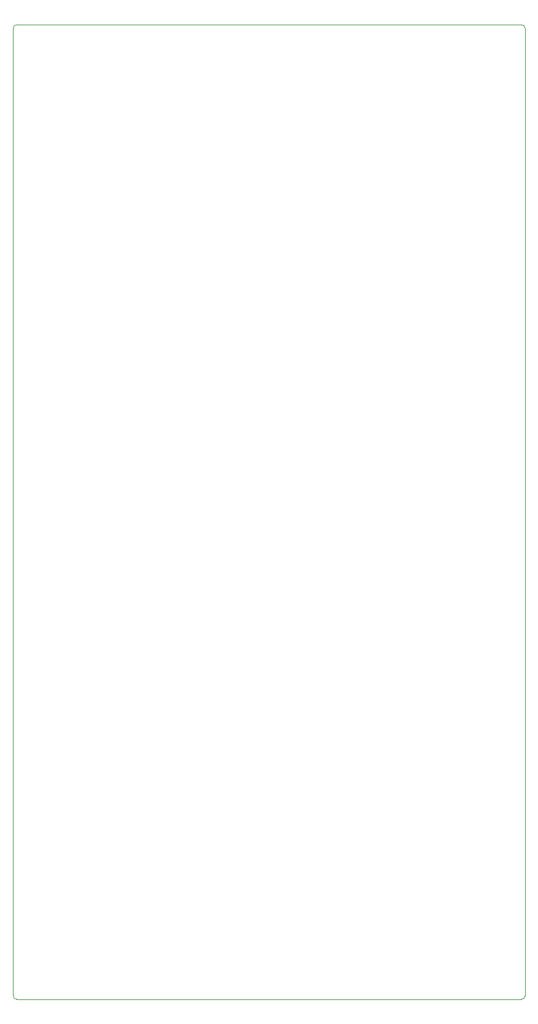
<source format=gbr>
%TF.GenerationSoftware,KiCad,Pcbnew,(6.0.7-1)-1*%
%TF.CreationDate,2022-08-23T13:11:44-05:00*%
%TF.ProjectId,NR1B-ST56,4e523142-2d53-4543-9536-2e6b69636164,rev?*%
%TF.SameCoordinates,Original*%
%TF.FileFunction,Profile,NP*%
%FSLAX46Y46*%
G04 Gerber Fmt 4.6, Leading zero omitted, Abs format (unit mm)*
G04 Created by KiCad (PCBNEW (6.0.7-1)-1) date 2022-08-23 13:11:44*
%MOMM*%
%LPD*%
G01*
G04 APERTURE LIST*
%TA.AperFunction,Profile*%
%ADD10C,0.100000*%
%TD*%
G04 APERTURE END LIST*
D10*
X165499999Y-79000001D02*
X234999999Y-79000001D01*
X164999998Y-212500002D02*
G75*
G03*
X165499998Y-213000002I500002J2D01*
G01*
X165499999Y-78999999D02*
G75*
G03*
X164999999Y-79500001I1J-500001D01*
G01*
X235000000Y-213000000D02*
G75*
G03*
X235500000Y-212500002I0J500000D01*
G01*
X234999999Y-213000001D02*
X165499999Y-213000001D01*
X235499999Y-79500001D02*
X235499999Y-212500001D01*
X235500000Y-79500000D02*
G75*
G03*
X235000000Y-79000000I-500000J0D01*
G01*
X164999999Y-212500001D02*
X164999999Y-79500001D01*
M02*

</source>
